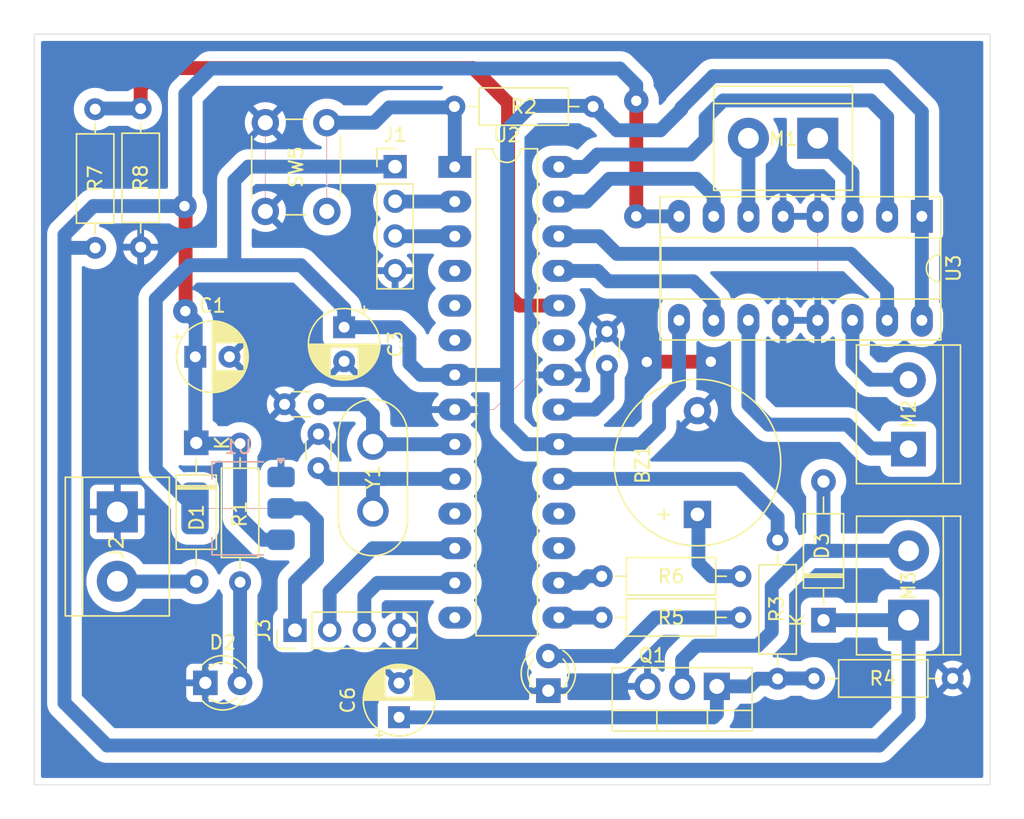
<source format=kicad_pcb>
(kicad_pcb (version 20240108) (generator "pcbnew") (generator_version "8.0")
  (layers (0 "F.Cu" signal) (31 "B.Cu" signal) (34 "B.Paste" user) (35 "F.Paste" user) (36 "B.SilkS" user "B.Silkscreen") (37 "F.SilkS" user "F.Silkscreen") (38 "B.Mask" user) (39 "F.Mask" user) (44 "Edge.Cuts" user))
  (net 0 "")
  (net 1 "Net-(BZ1-+)")
  (net 2 "GND")
  (net 3 "+7.4V")
  (net 4 "Net-(U2-AREF)")
  (net 5 "+5V")
  (net 6 "Net-(U2-XTAL1{slash}PB6)")
  (net 7 "Net-(U2-XTAL2{slash}PB7)")
  (net 8 "Net-(Q1-G)")
  (net 9 "Net-(D1-A)")
  (net 10 "Net-(D2-A)")
  (net 11 "Net-(D3-A)")
  (net 12 "Net-(D4-A)")
  (net 13 "/Rx")
  (net 14 "/Tx")
  (net 15 "/B_Tx")
  (net 16 "/B_Rx")
  (net 17 "Net-(M1--)")
  (net 18 "Net-(M1-+)")
  (net 19 "Net-(M2-+)")
  (net 20 "Net-(M2--)")
  (net 21 "Net-(SW5A-C)")
  (net 22 "/conv_motor")
  (net 23 "/led_pin")
  (net 24 "/buzzer")
  (net 26 "/lw_pin2")
  (net 27 "/rw_pin1")
  (net 31 "/lw_pin1")
  (net 33 "/rw_pin2")
  (net 37 "/bat_lev")
  (footprint "Button_Switch_THT:SW_PUSH_6mm" (layer "F.Cu") (at 186.43 71.49 -90)
    (property "Reference" "SW5" (at 3.25 2.25 90) (layer "F.SilkS"))
    (property "Value" "Reset")
    (pad "1" thru_hole circle (at 0 0) (size 2 2) (drill 1.1) (layers "*.Cu" "*.Mask") (net 21 "Net-(SW5A-C)"))
    (pad "1" thru_hole circle (at 6.5 0) (size 2 2) (drill 1.1) (layers "*.Cu" "*.Mask") (net 21 "Net-(SW5A-C)"))
    (pad "2" thru_hole circle (at 0 4.5) (size 2 2) (drill 1.1) (layers "*.Cu" "*.Mask") (net 2 "GND"))
    (pad "2" thru_hole circle (at 6.5 4.5) (size 2 2) (drill 1.1) (layers "*.Cu" "*.Mask") (net 2 "GND"))
  )
  (footprint "Resistor_THT:R_Axial_DIN0207_L6.3mm_D2.5mm_P10.16mm_Horizontal" (layer "F.Cu") (at 180.08 94.9975 -90)
    (property "Reference" "R1" (at 5.16 0.03 90) (layer "F.SilkS"))
    (property "Value" "1k")
    (pad "1" thru_hole circle (at 0 0 270) (size 1.6 1.6) (drill 0.8) (layers "*.Cu" "*.Mask") (net 3 "+7.4V"))
    (pad "2" thru_hole oval (at 10.16 0 270) (size 1.6 1.6) (drill 0.8) (layers "*.Cu" "*.Mask") (net 10 "Net-(D2-A)"))
  )
  (footprint "Package_DIP:DIP-28_W7.62mm_LongPads" (layer "F.Cu") (at 195.8 74.73)
    (property "Reference" "U2" (at 3.81 -2.33 0) (layer "F.SilkS"))
    (property "Value" "ATmega328P-P")
    (pad "1" thru_hole rect (at 0 0) (size 2.4 1.6) (drill 0.8) (layers "*.Cu" "*.Mask") (net 21 "Net-(SW5A-C)"))
    (pad "2" thru_hole oval (at 0 2.54) (size 2.4 1.6) (drill 0.8) (layers "*.Cu" "*.Mask") (net 13 "/Rx"))
    (pad "3" thru_hole oval (at 0 5.08) (size 2.4 1.6) (drill 0.8) (layers "*.Cu" "*.Mask") (net 14 "/Tx"))
    (pad "4" thru_hole oval (at 0 7.62) (size 2.4 1.6) (drill 0.8) (layers "*.Cu" "*.Mask"))
    (pad "5" thru_hole oval (at 0 10.16) (size 2.4 1.6) (drill 0.8) (layers "*.Cu" "*.Mask"))
    (pad "6" thru_hole oval (at 0 12.7) (size 2.4 1.6) (drill 0.8) (layers "*.Cu" "*.Mask"))
    (pad "7" thru_hole oval (at 0 15.24) (size 2.4 1.6) (drill 0.8) (layers "*.Cu" "*.Mask") (net 5 "+5V"))
    (pad "8" thru_hole oval (at 0 17.78) (size 2.4 1.6) (drill 0.8) (layers "*.Cu" "*.Mask") (net 2 "GND"))
    (pad "9" thru_hole oval (at 0 20.32) (size 2.4 1.6) (drill 0.8) (layers "*.Cu" "*.Mask") (net 6 "Net-(U2-XTAL1{slash}PB6)"))
    (pad "10" thru_hole oval (at 0 22.86) (size 2.4 1.6) (drill 0.8) (layers "*.Cu" "*.Mask") (net 7 "Net-(U2-XTAL2{slash}PB7)"))
    (pad "11" thru_hole oval (at 0 25.4) (size 2.4 1.6) (drill 0.8) (layers "*.Cu" "*.Mask"))
    (pad "12" thru_hole oval (at 0 27.94) (size 2.4 1.6) (drill 0.8) (layers "*.Cu" "*.Mask") (net 16 "/B_Rx"))
    (pad "13" thru_hole oval (at 0 30.48) (size 2.4 1.6) (drill 0.8) (layers "*.Cu" "*.Mask") (net 15 "/B_Tx"))
    (pad "14" thru_hole oval (at 0 33.02) (size 2.4 1.6) (drill 0.8) (layers "*.Cu" "*.Mask"))
    (pad "15" thru_hole oval (at 7.62 33.02) (size 2.4 1.6) (drill 0.8) (layers "*.Cu" "*.Mask") (net 23 "/led_pin"))
    (pad "16" thru_hole oval (at 7.62 30.48) (size 2.4 1.6) (drill 0.8) (layers "*.Cu" "*.Mask") (net 24 "/buzzer"))
    (pad "17" thru_hole oval (at 7.62 27.94) (size 2.4 1.6) (drill 0.8) (layers "*.Cu" "*.Mask"))
    (pad "18" thru_hole oval (at 7.62 25.4) (size 2.4 1.6) (drill 0.8) (layers "*.Cu" "*.Mask"))
    (pad "19" thru_hole oval (at 7.62 22.86) (size 2.4 1.6) (drill 0.8) (layers "*.Cu" "*.Mask") (net 22 "/conv_motor"))
    (pad "20" thru_hole oval (at 7.62 20.32) (size 2.4 1.6) (drill 0.8) (layers "*.Cu" "*.Mask") (net 5 "+5V"))
    (pad "21" thru_hole oval (at 7.62 17.78) (size 2.4 1.6) (drill 0.8) (layers "*.Cu" "*.Mask") (net 4 "Net-(U2-AREF)"))
    (pad "22" thru_hole oval (at 7.62 15.24) (size 2.4 1.6) (drill 0.8) (layers "*.Cu" "*.Mask") (net 2 "GND"))
    (pad "23" thru_hole oval (at 7.62 12.7) (size 2.4 1.6) (drill 0.8) (layers "*.Cu" "*.Mask"))
    (pad "24" thru_hole oval (at 7.62 10.16) (size 2.4 1.6) (drill 0.8) (layers "*.Cu" "*.Mask") (net 37 "/bat_lev"))
    (pad "25" thru_hole oval (at 7.62 7.62) (size 2.4 1.6) (drill 0.8) (layers "*.Cu" "*.Mask") (net 27 "/rw_pin1"))
    (pad "26" thru_hole oval (at 7.62 5.08) (size 2.4 1.6) (drill 0.8) (layers "*.Cu" "*.Mask") (net 33 "/rw_pin2"))
    (pad "27" thru_hole oval (at 7.62 2.54) (size 2.4 1.6) (drill 0.8) (layers "*.Cu" "*.Mask") (net 26 "/lw_pin2"))
    (pad "28" thru_hole oval (at 7.62 0) (size 2.4 1.6) (drill 0.8) (layers "*.Cu" "*.Mask") (net 31 "/lw_pin1"))
  )
  (footprint "Capacitor_THT:C_Disc_D3.0mm_W1.6mm_P2.50mm" (layer "F.Cu") (at 185.82 94.3 -90)
    (property "Reference" "C5" (hide yes))
    (property "Value" "22pF")
    (pad "1" thru_hole circle (at 0 0 270) (size 1.6 1.6) (drill 0.8) (layers "*.Cu" "*.Mask") (net 2 "GND"))
    (pad "2" thru_hole circle (at 2.5 0 270) (size 1.6 1.6) (drill 0.8) (layers "*.Cu" "*.Mask") (net 7 "Net-(U2-XTAL2{slash}PB7)"))
  )
  (footprint "Diode_THT:D_A-405_P10.16mm_Horizontal" (layer "F.Cu") (at 222.8 107.94 90)
    (property "Reference" "D3" (at 5.45 -0.12 -90) (layer "F.SilkS"))
    (property "Value" "1N4007")
    (fp_text user "K" (at 0 -1.9 -90) (layer "F.SilkS"))
    (pad "1" thru_hole rect (at 0 0 90) (size 1.8 1.8) (drill 0.9) (layers "*.Cu" "*.Mask") (net 3 "+7.4V"))
    (pad "2" thru_hole oval (at 10.16 0 90) (size 1.8 1.8) (drill 0.9) (layers "*.Cu" "*.Mask") (net 11 "Net-(D3-A)"))
  )
  (footprint "Connector_PinHeader_2.54mm:PinHeader_1x04_P2.54mm_Vertical" (layer "F.Cu") (at 184.1 108.68 90)
    (property "Reference" "J3" (at 0 -2.33 -90) (layer "F.SilkS"))
    (property "Value" "Bluetooth")
    (pad "1" thru_hole rect (at 0 0 90) (size 1.7 1.7) (drill 1) (layers "*.Cu" "*.Mask") (net 5 "+5V"))
    (pad "2" thru_hole oval (at 0 2.54 90) (size 1.7 1.7) (drill 1) (layers "*.Cu" "*.Mask") (net 16 "/B_Rx"))
    (pad "3" thru_hole oval (at 0 5.08 90) (size 1.7 1.7) (drill 1) (layers "*.Cu" "*.Mask") (net 15 "/B_Tx"))
    (pad "4" thru_hole oval (at 0 7.62 90) (size 1.7 1.7) (drill 1) (layers "*.Cu" "*.Mask") (net 2 "GND"))
  )
  (footprint "Package_DIP:DIP-16_W7.62mm_Socket_LongPads" (layer "F.Cu") (at 230 78.35 -90)
    (property "Reference" "U3" (at 3.81 -2.33 90) (layer "F.SilkS"))
    (property "Value" "L293D")
    (pad "1" thru_hole rect (at 0 0 270) (size 2.4 1.6) (drill 0.8) (layers "*.Cu" "*.Mask") (net 5 "+5V"))
    (pad "2" thru_hole oval (at 0 2.54 270) (size 2.4 1.6) (drill 0.8) (layers "*.Cu" "*.Mask") (net 31 "/lw_pin1"))
    (pad "3" thru_hole oval (at 0 5.08 270) (size 2.4 1.6) (drill 0.8) (layers "*.Cu" "*.Mask") (net 18 "Net-(M1-+)"))
    (pad "4" thru_hole oval (at 0 7.62 270) (size 2.4 1.6) (drill 0.8) (layers "*.Cu" "*.Mask") (net 2 "GND"))
    (pad "5" thru_hole oval (at 0 10.16 270) (size 2.4 1.6) (drill 0.8) (layers "*.Cu" "*.Mask") (net 2 "GND"))
    (pad "6" thru_hole oval (at 0 12.7 270) (size 2.4 1.6) (drill 0.8) (layers "*.Cu" "*.Mask") (net 17 "Net-(M1--)"))
    (pad "7" thru_hole oval (at 0 15.24 270) (size 2.4 1.6) (drill 0.8) (layers "*.Cu" "*.Mask") (net 26 "/lw_pin2"))
    (pad "8" thru_hole oval (at 0 17.78 270) (size 2.4 1.6) (drill 0.8) (layers "*.Cu" "*.Mask") (net 3 "+7.4V"))
    (pad "9" thru_hole oval (at 7.62 17.78 270) (size 2.4 1.6) (drill 0.8) (layers "*.Cu" "*.Mask") (net 5 "+5V"))
    (pad "10" thru_hole oval (at 7.62 15.24 270) (size 2.4 1.6) (drill 0.8) (layers "*.Cu" "*.Mask") (net 27 "/rw_pin1"))
    (pad "11" thru_hole oval (at 7.62 12.7 270) (size 2.4 1.6) (drill 0.8) (layers "*.Cu" "*.Mask") (net 19 "Net-(M2-+)"))
    (pad "12" thru_hole oval (at 7.62 10.16 270) (size 2.4 1.6) (drill 0.8) (layers "*.Cu" "*.Mask") (net 2 "GND"))
    (pad "13" thru_hole oval (at 7.62 7.62 270) (size 2.4 1.6) (drill 0.8) (layers "*.Cu" "*.Mask") (net 2 "GND"))
    (pad "14" thru_hole oval (at 7.62 5.08 270) (size 2.4 1.6) (drill 0.8) (layers "*.Cu" "*.Mask") (net 20 "Net-(M2--)"))
    (pad "15" thru_hole oval (at 7.62 2.54 270) (size 2.4 1.6) (drill 0.8) (layers "*.Cu" "*.Mask") (net 33 "/rw_pin2"))
    (pad "16" thru_hole oval (at 7.62 0 270) (size 2.4 1.6) (drill 0.8) (layers "*.Cu" "*.Mask") (net 5 "+5V"))
  )
  (footprint "Resistor_THT:R_Axial_DIN0207_L6.3mm_D2.5mm_P10.16mm_Horizontal" (layer "F.Cu") (at 232.26 112.21 180)
    (property "Reference" "R4" (at 5.12 0 180) (layer "F.SilkS"))
    (property "Value" "100k")
    (pad "1" thru_hole circle (at 0 0 180) (size 1.6 1.6) (drill 0.8) (layers "*.Cu" "*.Mask") (net 2 "GND"))
    (pad "2" thru_hole oval (at 10.16 0 180) (size 1.6 1.6) (drill 0.8) (layers "*.Cu" "*.Mask") (net 8 "Net-(Q1-G)"))
  )
  (footprint "Resistor_THT:R_Axial_DIN0207_L6.3mm_D2.5mm_P10.16mm_Horizontal" (layer "F.Cu") (at 169.47 80.66 90)
    (property "Reference" "R7" (at 5.08 0 270) (layer "F.SilkS"))
    (property "Value" "10k")
    (pad "1" thru_hole circle (at 0 0 90) (size 1.6 1.6) (drill 0.8) (layers "*.Cu" "*.Mask") (net 3 "+7.4V"))
    (pad "2" thru_hole oval (at 10.16 0 90) (size 1.6 1.6) (drill 0.8) (layers "*.Cu" "*.Mask") (net 37 "/bat_lev"))
  )
  (footprint "TerminalBlock:TerminalBlock_bornier-2_P5.08mm" (layer "F.Cu") (at 222.38 72.63 180)
    (property "Reference" "M1" (at 2.51 -0.04 180) (layer "F.SilkS"))
    (property "Value" "Left wheel")
    (pad "1" thru_hole rect (at 0 0 180) (size 3 3) (drill 1.52) (layers "*.Cu" "*.Mask") (net 18 "Net-(M1-+)"))
    (pad "2" thru_hole circle (at 5.08 0 180) (size 3 3) (drill 1.52) (layers "*.Cu" "*.Mask") (net 17 "Net-(M1--)"))
  )
  (footprint "Resistor_THT:R_Axial_DIN0207_L6.3mm_D2.5mm_P10.16mm_Horizontal" (layer "F.Cu") (at 206.56 107.74)
    (property "Reference" "R5" (at 5.08 0 0) (layer "F.SilkS"))
    (property "Value" "10k")
    (pad "1" thru_hole circle (at 0 0) (size 1.6 1.6) (drill 0.8) (layers "*.Cu" "*.Mask") (net 23 "/led_pin"))
    (pad "2" thru_hole oval (at 10.16 0) (size 1.6 1.6) (drill 0.8) (layers "*.Cu" "*.Mask") (net 12 "Net-(D4-A)"))
  )
  (footprint "Capacitor_THT:CP_Radial_D5.0mm_P2.50mm" (layer "F.Cu") (at 187.7 86.474888 -90)
    (property "Reference" "C3" (at 1.25 -3.75 90) (layer "F.SilkS"))
    (property "Value" "100uF")
    (pad "1" thru_hole rect (at 0 0 270) (size 1.6 1.6) (drill 0.8) (layers "*.Cu" "*.Mask") (net 5 "+5V"))
    (pad "2" thru_hole circle (at 2.5 0 270) (size 1.6 1.6) (drill 0.8) (layers "*.Cu" "*.Mask") (net 2 "GND"))
  )
  (footprint "TerminalBlock:TerminalBlock_bornier-2_P5.08mm" (layer "F.Cu") (at 171.09 100.0075 -90)
    (property "Reference" "J2" (at 2.63 0.06 90) (layer "F.SilkS"))
    (property "Value" "Power")
    (pad "1" thru_hole rect (at 0 0 270) (size 3 3) (drill 1.52) (layers "*.Cu" "*.Mask") (net 2 "GND"))
    (pad "2" thru_hole circle (at 5.08 0 270) (size 3 3) (drill 1.52) (layers "*.Cu" "*.Mask") (net 9 "Net-(D1-A)"))
  )
  (footprint "Buzzer_Beeper:Buzzer_12x9.5RM7.6" (layer "F.Cu") (at 213.57 100.19 90)
    (property "Reference" "BZ1" (at 3.69 -4.01 -90) (layer "F.SilkS"))
    (property "Value" "Buzzer")
    (fp_text user "+" (at -0.01 -2.54 -90) (layer "F.SilkS"))
    (pad "1" thru_hole rect (at 0 0 90) (size 2 2) (drill 1) (layers "*.Cu" "*.Mask") (net 1 "Net-(BZ1-+)"))
    (pad "2" thru_hole circle (at 7.6 0 90) (size 2 2) (drill 1) (layers "*.Cu" "*.Mask") (net 2 "GND"))
  )
  (footprint "Connector_PinHeader_2.54mm:PinHeader_1x04_P2.54mm_Vertical" (layer "F.Cu") (at 191.43 74.71)
    (property "Reference" "J1" (at 0 -2.33 0) (layer "F.SilkS"))
    (property "Value" "Program")
    (pad "1" thru_hole rect (at 0 0) (size 1.7 1.7) (drill 1) (layers "*.Cu" "*.Mask") (net 5 "+5V"))
    (pad "2" thru_hole oval (at 0 2.54) (size 1.7 1.7) (drill 1) (layers "*.Cu" "*.Mask") (net 13 "/Rx"))
    (pad "3" thru_hole oval (at 0 5.08) (size 1.7 1.7) (drill 1) (layers "*.Cu" "*.Mask") (net 14 "/Tx"))
    (pad "4" thru_hole oval (at 0 7.62) (size 1.7 1.7) (drill 1) (layers "*.Cu" "*.Mask") (net 2 "GND"))
  )
  (footprint "LED_THT:LED_D3.0mm" (layer "F.Cu") (at 202.65 113.105 90)
    (property "Reference" "D4" (hide yes))
    (property "Value" "LED")
    (pad "1" thru_hole rect (at 0 0 90) (size 1.8 1.8) (drill 0.9) (layers "*.Cu" "*.Mask") (net 2 "GND"))
    (pad "2" thru_hole circle (at 2.54 0 90) (size 1.8 1.8) (drill 0.9) (layers "*.Cu" "*.Mask") (net 12 "Net-(D4-A)"))
  )
  (footprint "Capacitor_THT:C_Disc_D3.0mm_W1.6mm_P2.50mm" (layer "F.Cu") (at 206.94 89.29 90)
    (property "Reference" "C2" (hide yes))
    (property "Value" "100nF")
    (pad "1" thru_hole circle (at 0 0 90) (size 1.6 1.6) (drill 0.8) (layers "*.Cu" "*.Mask") (net 4 "Net-(U2-AREF)"))
    (pad "2" thru_hole circle (at 2.5 0 90) (size 1.6 1.6) (drill 0.8) (layers "*.Cu" "*.Mask") (net 2 "GND"))
  )
  (footprint "TerminalBlock:TerminalBlock_bornier-2_P5.08mm" (layer "F.Cu") (at 229.03 107.94 90)
    (property "Reference" "M3" (at 2.53 -0.01 -90) (layer "F.SilkS"))
    (property "Value" "Converyer motor")
    (pad "1" thru_hole rect (at 0 0 90) (size 3 3) (drill 1.52) (layers "*.Cu" "*.Mask") (net 3 "+7.4V"))
    (pad "2" thru_hole circle (at 5.08 0 90) (size 3 3) (drill 1.52) (layers "*.Cu" "*.Mask") (net 11 "Net-(D3-A)"))
  )
  (footprint "Resistor_THT:R_Axial_DIN0207_L6.3mm_D2.5mm_P10.16mm_Horizontal" (layer "F.Cu") (at 172.8 70.45 -90)
    (property "Reference" "R8" (at 5.08 0 90) (layer "F.SilkS"))
    (property "Value" "12k")
    (pad "1" thru_hole circle (at 0 0 270) (size 1.6 1.6) (drill 0.8) (layers "*.Cu" "*.Mask") (net 37 "/bat_lev"))
    (pad "2" thru_hole oval (at 10.16 0 270) (size 1.6 1.6) (drill 0.8) (layers "*.Cu" "*.Mask") (net 2 "GND"))
  )
  (footprint "Resistor_THT:R_Axial_DIN0207_L6.3mm_D2.5mm_P10.16mm_Horizontal" (layer "F.Cu") (at 206.56 104.72)
    (property "Reference" "R6" (at 5.08 0 0) (layer "F.SilkS"))
    (property "Value" "10k")
    (pad "1" thru_hole circle (at 0 0) (size 1.6 1.6) (drill 0.8) (layers "*.Cu" "*.Mask") (net 24 "/buzzer"))
    (pad "2" thru_hole oval (at 10.16 0) (size 1.6 1.6) (drill 0.8) (layers "*.Cu" "*.Mask") (net 1 "Net-(BZ1-+)"))
  )
  (footprint "Resistor_THT:R_Axial_DIN0207_L6.3mm_D2.5mm_P10.16mm_Horizontal" (layer "F.Cu") (at 219.44 102.07 -90)
    (property "Reference" "R3" (at 5.05 0.08 90) (layer "F.SilkS"))
    (property "Value" "10k")
    (pad "1" thru_hole circle (at 0 0 270) (size 1.6 1.6) (drill 0.8) (layers "*.Cu" "*.Mask") (net 22 "/conv_motor"))
    (pad "2" thru_hole oval (at 10.16 0 270) (size 1.6 1.6) (drill 0.8) (layers "*.Cu" "*.Mask") (net 8 "Net-(Q1-G)"))
  )
  (footprint "Capacitor_THT:C_Disc_D3.0mm_W1.6mm_P2.50mm" (layer "F.Cu") (at 185.84 92.12 180)
    (property "Reference" "C4" (hide yes))
    (property "Value" "22pF")
    (pad "1" thru_hole circle (at 0 0 180) (size 1.6 1.6) (drill 0.8) (layers "*.Cu" "*.Mask") (net 6 "Net-(U2-XTAL1{slash}PB6)"))
    (pad "2" thru_hole circle (at 2.5 0 180) (size 1.6 1.6) (drill 0.8) (layers "*.Cu" "*.Mask") (net 2 "GND"))
  )
  (footprint "Diode_THT:D_A-405_P10.16mm_Horizontal" (layer "F.Cu") (at 176.87 94.9475 -90)
    (property "Reference" "D1" (at 5.47 -0.03 90) (layer "F.SilkS"))
    (property "Value" "1N4001")
    (fp_text user "K" (at 0 -1.9 90) (layer "F.SilkS"))
    (pad "1" thru_hole rect (at 0 0 270) (size 1.8 1.8) (drill 0.9) (layers "*.Cu" "*.Mask") (net 3 "+7.4V"))
    (pad "2" thru_hole oval (at 10.16 0 270) (size 1.8 1.8) (drill 0.9) (layers "*.Cu" "*.Mask") (net 9 "Net-(D1-A)"))
  )
  (footprint "LED_THT:LED_D3.0mm" (layer "F.Cu") (at 177.535 112.53)
    (property "Reference" "D2" (at 1.27 -2.96 0) (layer "F.SilkS"))
    (property "Value" "LED")
    (pad "1" thru_hole rect (at 0 0) (size 1.8 1.8) (drill 0.9) (layers "*.Cu" "*.Mask") (net 2 "GND"))
    (pad "2" thru_hole circle (at 2.54 0) (size 1.8 1.8) (drill 0.9) (layers "*.Cu" "*.Mask") (net 10 "Net-(D2-A)"))
  )
  (footprint "Capacitor_THT:CP_Radial_D5.0mm_P2.50mm" (layer "F.Cu") (at 191.72 115.05 90)
    (property "Reference" "C6" (at 1.25 -3.75 -90) (layer "F.SilkS"))
    (property "Value" "100uF")
    (pad "1" thru_hole rect (at 0 0 90) (size 1.6 1.6) (drill 0.8) (layers "*.Cu" "*.Mask") (net 8 "Net-(Q1-G)"))
    (pad "2" thru_hole circle (at 2.5 0 90) (size 1.6 1.6) (drill 0.8) (layers "*.Cu" "*.Mask") (net 2 "GND"))
  )
  (footprint "Resistor_THT:R_Axial_DIN0207_L6.3mm_D2.5mm_P10.16mm_Horizontal" (layer "F.Cu") (at 195.77 70.31)
    (property "Reference" "R2" (at 5.08 0 0) (layer "F.SilkS"))
    (property "Value" "10k")
    (pad "1" thru_hole circle (at 0 0) (size 1.6 1.6) (drill 0.8) (layers "*.Cu" "*.Mask") (net 21 "Net-(SW5A-C)"))
    (pad "2" thru_hole oval (at 10.16 0) (size 1.6 1.6) (drill 0.8) (layers "*.Cu" "*.Mask") (net 5 "+5V"))
  )
  (footprint "TerminalBlock:TerminalBlock_bornier-2_P5.08mm" (layer "F.Cu") (at 229.02 95.4 90)
    (property "Reference" "M2" (at 2.56 0.02 -90) (layer "F.SilkS"))
    (property "Value" "Right wheel")
    (pad "1" thru_hole rect (at 0 0 90) (size 2.54 2.54) (drill 1.27) (layers "*.Cu" "*.Mask") (net 19 "Net-(M2-+)"))
    (pad "2" thru_hole circle (at 5.08 0 90) (size 2.54 2.54) (drill 1.27) (layers "*.Cu" "*.Mask") (net 20 "Net-(M2--)"))
  )
  (footprint "Crystal:Crystal_HC50_Vertical" (layer "F.Cu") (at 189.81 99.94 90)
    (property "Reference" "Y1" (at 2.45 0 -90) (layer "F.SilkS"))
    (property "Value" "16MHz")
    (pad "1" thru_hole circle (at 0 0 90) (size 2.3 2.3) (drill 1.5) (layers "*.Cu" "*.Mask") (net 7 "Net-(U2-XTAL2{slash}PB7)"))
    (pad "2" thru_hole circle (at 4.9 0 90) (size 2.3 2.3) (drill 1.5) (layers "*.Cu" "*.Mask") (net 6 "Net-(U2-XTAL1{slash}PB6)"))
  )
  (footprint "Package_TO_SOT_THT:TO-220-3_Vertical" (layer "F.Cu") (at 214.99 112.79 180)
    (property "Reference" "Q1" (at 4.73 2.28 180) (layer "F.SilkS"))
    (property "Value" "IRF540N")
    (pad "1" thru_hole rect (at 0 0 180) (size 1.905 2) (drill 1.1) (layers "*.Cu" "*.Mask") (net 8 "Net-(Q1-G)"))
    (pad "2" thru_hole oval (at 2.54 0 180) (size 1.905 2) (drill 1.1) (layers "*.Cu" "*.Mask") (net 11 "Net-(D3-A)"))
    (pad "3" thru_hole oval (at 5.08 0 180) (size 1.905 2) (drill 1.1) (layers "*.Cu" "*.Mask") (net 2 "GND"))
  )
  (footprint "Capacitor_THT:CP_Radial_D5.0mm_P2.50mm" (layer "F.Cu") (at 176.8 88.64)
    (property "Reference" "C1" (at 1.25 -3.75 0) (layer "F.SilkS"))
    (property "Value" "100uF")
    (pad "1" thru_hole rect (at 0 0) (size 1.6 1.6) (drill 0.8) (layers "*.Cu" "*.Mask") (net 3 "+7.4V"))
    (pad "2" thru_hole circle (at 2.5 0) (size 1.6 1.6) (drill 0.8) (layers "*.Cu" "*.Mask") (net 2 "GND"))
  )
  (footprint "Package_TO_SOT_SMD:SOT-223-3_TabPin2" (layer "B.Cu") (at 179.93 99.7475 180)
    (property "Reference" "U1" (at 0 4.5 180) (layer "B.SilkS") (effects (justify mirror)))
    (property "Value" "AMS1117-5.0")
    (pad "1" smd roundrect (at -3.15 2.3 180) (size 2 1.5) (layers "B.Cu" "B.Paste" "B.Mask") (net 2 "GND"))
    (pad "2" smd roundrect (at -3.15 0 180) (size 2 1.5) (layers "B.Cu" "B.Paste" "B.Mask") (net 5 "+5V"))
    (pad "2" smd roundrect (at 3.15 0 180) (size 2 3.8) (layers "B.Cu" "B.Paste" "B.Mask") (net 5 "+5V"))
    (pad "3" smd roundrect (at -3.15 -2.3 180) (size 2 1.5) (layers "B.Cu" "B.Paste" "B.Mask") (net 3 "+7.4V"))
  )
  (gr_line (start 165 120) (end 165 65) (stroke (width 0.05)) (layer "Edge.Cuts"))
  (gr_line (start 235 65) (end 235 120) (stroke (width 0.05)) (layer "Edge.Cuts"))
  (gr_line (start 165 65) (end 235 65) (stroke (width 0.05)) (layer "Edge.Cuts"))
  (gr_line (start 235 120) (end 165 120) (stroke (width 0.05)) (layer "Edge.Cuts"))
  (segment (start 213.64 103.77) (end 213.64 100) (width 1.016) (layer "B.Cu") (net 1))
  (segment (start 216.72 104.72) (end 214.59 104.72) (width 1.016) (layer "B.Cu") (net 1))
  (segment (start 214.59 104.72) (end 213.64 103.77) (width 1.016) (layer "B.Cu") (net 1))
  (segment (start 222.38 78.35) (end 222.38 85.97) (width 0.0254) (layer "F.Cu") (net 2))
  (segment (start 209.88 89) (end 209.86 89.02) (width 1.016) (layer "F.Cu") (net 2))
  (segment (start 201.2 89.97) (end 198.66 92.51) (width 0.0254) (layer "F.Cu") (net 2))
  (segment (start 198.66 92.51) (end 195.8 92.51) (width 0.0254) (layer "F.Cu") (net 2))
  (segment (start 203.42 89.97) (end 201.2 89.97) (width 0.0254) (layer "F.Cu") (net 2))
  (segment (start 181.93 71.49) (end 181.93 77.99) (width 0.0254) (layer "F.Cu") (net 2))
  (segment (start 214.55 89) (end 209.88 89) (width 1.016) (layer "F.Cu") (net 2))
  (via (at 209.86 89.02) (size 1.778) (drill 0.762) (layers "F.Cu" "B.Cu") (net 2))
  (via (at 214.55 89) (size 1.778) (drill 0.762) (layers "F.Cu" "B.Cu") (net 2))
  (segment (start 209.09 78.35) (end 209.09 69.885) (width 1.016) (layer "F.Cu") (net 3))
  (segment (start 176.09 85.277118) (end 176.069 85.298118) (width 1.016) (layer "F.Cu") (net 3))
  (segment (start 176.01 77.6) (end 176.09 77.68) (width 1.016) (layer "F.Cu") (net 3))
  (segment (start 176.09 77.68) (end 176.09 85.277118) (width 1.016) (layer "F.Cu") (net 3))
  (via (at 176.069 85.298118) (size 1.778) (drill 0.762) (layers "F.Cu" "B.Cu") (net 3))
  (via (at 209.09 69.885) (size 1.778) (drill 0.762) (layers "F.Cu" "B.Cu") (net 3))
  (via (at 209.09 78.35) (size 1.778) (drill 0.762) (layers "F.Cu" "B.Cu") (net 3))
  (via (at 176.01 77.6) (size 1.778) (drill 0.762) (layers "F.Cu" "B.Cu") (net 3))
  (segment (start 207.88 67.52) (end 209.09 68.73) (width 1.016) (layer "B.Cu") (net 3))
  (segment (start 180.08 94.9975) (end 176.92 94.9975) (width 1.016) (layer "B.Cu") (net 3))
  (segment (start 180.07 100.38) (end 180.08 100.37) (width 1.016) (layer "B.Cu") (net 3))
  (segment (start 176.01 77.6) (end 176.07 77.54) (width 1.016) (layer "B.Cu") (net 3))
  (segment (start 209.09 68.73) (end 209.09 69.885) (width 1.016) (layer "B.Cu") (net 3))
  (segment (start 212.22 78.35) (end 209.09 78.35) (width 1.016) (layer "B.Cu") (net 3))
  (segment (start 167.22 114) (end 170.34 117.12) (width 1.016) (layer "B.Cu") (net 3))
  (segment (start 176.07 77.54) (end 176.07 69.39) (width 1.016) (layer "B.Cu") (net 3))
  (segment (start 183.08 102.0475) (end 181.7375 102.0475) (width 1.016) (layer "B.Cu") (net 3))
  (segment (start 181.7375 102.0475) (end 180.07 100.38) (width 1.016) (layer "B.Cu") (net 3))
  (segment (start 176.07 69.39) (end 177.94 67.52) (width 1.016) (layer "B.Cu") (net 3))
  (segment (start 176.01 77.6) (end 169.33 77.6) (width 1.016) (layer "B.Cu") (net 3))
  (segment (start 167.22 80.68) (end 167.22 114) (width 1.016) (layer "B.Cu") (net 3))
  (segment (start 169.47 80.66) (end 167.24 80.66) (width 1.016) (layer "B.Cu") (net 3))
  (segment (start 167.22 79.71) (end 167.22 80.68) (width 1.016) (layer "B.Cu") (net 3))
  (segment (start 167.24 80.66) (end 167.22 80.68) (width 1.016) (layer "B.Cu") (net 3))
  (segment (start 169.33 77.6) (end 167.22 79.71) (width 1.016) (layer "B.Cu") (net 3))
  (segment (start 176.92 94.9975) (end 176.87 94.9475) (width 1.016) (layer "B.Cu") (net 3))
  (segment (start 176.83 88.61) (end 176.8 88.64) (width 1.016) (layer "B.Cu") (net 3))
  (segment (start 177.94 67.52) (end 207.88 67.52) (width 1.016) (layer "B.Cu") (net 3))
  (segment (start 226.88 117.12) (end 229.03 114.97) (width 1.016) (layer "B.Cu") (net 3))
  (segment (start 229.03 114.97) (end 229.03 107.94) (width 1.016) (layer "B.Cu") (net 3))
  (segment (start 180.08 100.37) (end 180.08 94.9975) (width 1.016) (layer "B.Cu") (net 3))
  (segment (start 170.34 117.12) (end 226.88 117.12) (width 1.016) (layer "B.Cu") (net 3))
  (segment (start 176.8 88.64) (end 176.8 94.8775) (width 1.016) (layer "B.Cu") (net 3))
  (segment (start 176.83 86.059118) (end 176.83 88.61) (width 1.016) (layer "B.Cu") (net 3))
  (segment (start 176.8 94.8775) (end 176.87 94.9475) (width 1.016) (layer "B.Cu") (net 3))
  (segment (start 222.8 107.94) (end 229.03 107.94) (width 1.016) (layer "B.Cu") (net 3))
  (segment (start 176.069 85.298118) (end 176.83 86.059118) (width 1.016) (layer "B.Cu") (net 3))
  (segment (start 206.97 89.32) (end 206.97 91.58) (width 1.016) (layer "B.Cu") (net 4))
  (segment (start 206.04 92.51) (end 203.42 92.51) (width 1.016) (layer "B.Cu") (net 4))
  (segment (start 206.94 89.29) (end 206.97 89.32) (width 1.016) (layer "B.Cu") (net 4))
  (segment (start 203.45 92.48) (end 203.42 92.51) (width 1.016) (layer "B.Cu") (net 4))
  (segment (start 206.97 91.58) (end 206.04 92.51) (width 1.016) (layer "B.Cu") (net 4))
  (segment (start 183.08 99.7475) (end 176.78 99.7475) (width 0.0254) (layer "F.Cu") (net 5))
  (via (at 176.78 99.7475) (size 0.0508) (drill 0.0254) (layers "F.Cu" "B.Cu") (net 5))
  (via (at 183.08 99.7475) (size 0.0508) (drill 0.0254) (layers "F.Cu" "B.Cu") (net 5))
  (segment (start 184.8175 99.7475) (end 185.71 100.64) (width 1.016) (layer "B.Cu") (net 5))
  (segment (start 230 78.35) (end 230 70.69) (width 1.016) (layer "B.Cu") (net 5))
  (segment (start 206.12 70.4) (end 205.98 70.26) (width 1.016) (layer "B.Cu") (net 5))
  (segment (start 214.713528 68.082) (end 212.392 70.403528) (width 1.016) (layer "B.Cu") (net 5))
  (segment (start 187.7 85.1) (end 187.7 86.474888) (width 1.016) (layer "B.Cu") (net 5))
  (segment (start 230 85.97) (end 230 78.35) (width 1.016) (layer "B.Cu") (net 5))
  (segment (start 227.392 68.082) (end 214.713528 68.082) (width 1.016) (layer "B.Cu") (net 5))
  (segment (start 212.392 70.403528) (end 212.392 70.508) (width 1.016) (layer "B.Cu") (net 5))
  (segment (start 191.084888 86.474888) (end 187.7 86.474888) (width 1.016) (layer "B.Cu") (net 5))
  (segment (start 230 70.69) (end 227.392 68.082) (width 1.016) (layer "B.Cu") (net 5))
  (segment (start 207.664 72.044) (end 205.93 70.31) (width 1.016) (layer "B.Cu") (net 5))
  (segment (start 212.22 90.729735) (end 212.22 85.97) (width 1.016) (layer "B.Cu") (net 5))
  (segment (start 191.65 86.48) (end 191.09 86.48) (width 1.016) (layer "B.Cu") (net 5))
  (segment (start 179.66 81.73) (end 179.86 81.93) (width 1.016) (layer "B.Cu") (net 5))
  (segment (start 191.09 86.48) (end 191.084888 86.474888) (width 1.016) (layer "B.Cu") (net 5))
  (segment (start 192.48 87.31) (end 191.65 86.48) (width 1.016) (layer "B.Cu") (net 5))
  (segment (start 203.42 95.05) (end 209.43 95.05) (width 1.016) (layer "B.Cu") (net 5))
  (segment (start 210.856 72.044) (end 207.664 72.044) (width 1.016) (layer "B.Cu") (net 5))
  (segment (start 185.71 100.64) (end 185.71 103.52) (width 1.016) (layer "B.Cu") (net 5))
  (segment (start 192.48 89.13) (end 192.48 87.31) (width 1.016) (layer "B.Cu") (net 5))
  (segment (start 184.1 105.13) (end 184.1 108.68) (width 1.016) (layer "B.Cu") (net 5))
  (segment (start 199.63 89.98) (end 199.63 93.67) (width 1.016) (layer "B.Cu") (net 5))
  (segment (start 210.76 92.189735) (end 212.22 90.729735) (width 1.016) (layer "B.Cu") (net 5))
  (segment (start 193.32 89.97) (end 192.48 89.13) (width 1.016) (layer "B.Cu") (net 5))
  (segment (start 195.8 89.97) (end 193.32 89.97) (width 1.016) (layer "B.Cu") (net 5))
  (segment (start 183.08 99.7475) (end 184.8175 99.7475) (width 1.016) (layer "B.Cu") (net 5))
  (segment (start 176.78 99.7475) (end 173.91 96.8775) (width 1.016) (layer "B.Cu") (net 5))
  (segment (start 173.91 96.8775) (end 173.91 84.40383) (width 1.016) (layer "B.Cu") (net 5))
  (segment (start 173.91 84.40383) (end 176.38383 81.93) (width 1.016) (layer "B.Cu") (net 5))
  (segment (start 212.392 70.508) (end 210.856 72.044) (width 1.016) (layer "B.Cu") (net 5))
  (segment (start 185.71 103.52) (end 184.1 105.13) (width 1.016) (layer "B.Cu") (net 5))
  (segment (start 199.63 93.67) (end 201.01 95.05) (width 1.016) (layer "B.Cu") (net 5))
  (segment (start 191.43 74.71) (end 180.68 74.71) (width 1.016) (layer "B.Cu") (net 5))
  (segment (start 199.62 89.97) (end 199.63 89.98) (width 1.016) (layer "B.Cu") (net 5))
  (segment (start 210.76 93.72) (end 210.76 92.189735) (width 1.016) (layer "B.Cu") (net 5))
  (segment (start 209.43 95.05) (end 210.76 93.72) (width 1.016) (layer "B.Cu") (net 5))
  (segment (start 179.66 75.73) (end 179.66 81.73) (width 1.016) (layer "B.Cu") (net 5))
  (segment (start 199.63 72.01) (end 199.63 89.98) (width 1.016) (layer "B.Cu") (net 5))
  (segment (start 201.38 70.26) (end 199.63 72.01) (width 1.016) (layer "B.Cu") (net 5))
  (segment (start 184.53 81.93) (end 187.7 85.1) (width 1.016) (layer "B.Cu") (net 5))
  (segment (start 195.8 89.97) (end 199.62 89.97) (width 1.016) (layer "B.Cu") (net 5))
  (segment (start 205.98 70.26) (end 201.38 70.26) (width 1.016) (layer "B.Cu") (net 5))
  (segment (start 176.38383 81.93) (end 184.53 81.93) (width 1.016) (layer "B.Cu") (net 5))
  (segment (start 180.68 74.71) (end 179.66 75.73) (width 1.016) (layer "B.Cu") (net 5))
  (segment (start 201.01 95.05) (end 203.42 95.05) (width 1.016) (layer "B.Cu") (net 5))
  (segment (start 189.81 92.9) (end 189.81 95.04) (width 1.016) (layer "B.Cu") (net 6))
  (segment (start 189.79 95.02) (end 189.81 95.04) (width 1.016) (layer "B.Cu") (net 6))
  (segment (start 195.8 95.05) (end 189.82 95.05) (width 1.016) (layer "B.Cu") (net 6))
  (segment (start 189.03 92.12) (end 189.81 92.9) (width 1.016) (layer "B.Cu") (net 6))
  (segment (start 189.82 95.05) (end 189.81 95.04) (width 1.016) (layer "B.Cu") (net 6))
  (segment (start 185.84 92.12) (end 189.03 92.12) (width 1.016) (layer "B.Cu") (net 6))
  (segment (start 185.82 96.8) (end 186.61 97.59) (width 1.016) (layer "B.Cu") (net 7))
  (segment (start 189.9 97.59) (end 189.81 97.68) (width 1.016) (layer "B.Cu") (net 7))
  (segment (start 195.8 97.59) (end 190.64 97.59) (width 1.016) (layer "B.Cu") (net 7))
  (segment (start 189.81 97.68) (end 189.81 99.94) (width 1.016) (layer "B.Cu") (net 7))
  (segment (start 190.64 97.59) (end 189.9 97.59) (width 1.016) (layer "B.Cu") (net 7))
  (segment (start 186.61 97.59) (end 190.64 97.59) (width 1.016) (layer "B.Cu") (net 7))
  (segment (start 214.99 112.79) (end 214.99 114.806) (width 1.016) (layer "B.Cu") (net 8))
  (segment (start 191.784887 115.06) (end 191.72 114.995113) (width 1.016) (layer "B.Cu") (net 8))
  (segment (start 219.46 112.21) (end 219.44 112.23) (width 1.016) (layer "B.Cu") (net 8))
  (segment (start 214.99 114.806) (end 214.736 115.06) (width 1.016) (layer "B.Cu") (net 8))
  (segment (start 217.95 112.23) (end 219.44 112.23) (width 1.016) (layer "B.Cu") (net 8))
  (segment (start 214.99 112.79) (end 217.39 112.79) (width 1.016) (layer "B.Cu") (net 8))
  (segment (start 214.736 115.06) (end 191.784887 115.06) (width 1.016) (layer "B.Cu") (net 8))
  (segment (start 222.1 112.21) (end 219.46 112.21) (width 1.016) (layer "B.Cu") (net 8))
  (segment (start 217.39 112.79) (end 217.95 112.23) (width 1.016) (layer "B.Cu") (net 8))
  (segment (start 191.72 114.995113) (end 191.72 114.77) (width 1.016) (layer "B.Cu") (net 8))
  (segment (start 176.87 105.1075) (end 171.11 105.1075) (width 1.016) (layer "B.Cu") (net 9))
  (segment (start 171.11 105.1075) (end 171.09 105.0875) (width 1.016) (layer "B.Cu") (net 9))
  (segment (start 180.08 105.1575) (end 180.08 112.525) (width 1.016) (layer "B.Cu") (net 10))
  (segment (start 180.08 112.525) (end 180.075 112.53) (width 1.016) (layer "B.Cu") (net 10))
  (segment (start 222.84 102.86) (end 222.8 102.82) (width 1.016) (layer "B.Cu") (net 11))
  (segment (start 223.96 102.86) (end 222.84 102.86) (width 1.016) (layer "B.Cu") (net 11))
  (segment (start 219.01 108.78) (end 219.01 105.48) (width 1.016) (layer "B.Cu") (net 11))
  (segment (start 222.8 102.82) (end 222.8 97.78) (width 1.016) (layer "B.Cu") (net 11))
  (segment (start 212.45 110.8375) (end 213.4775 109.81) (width 1.016) (layer "B.Cu") (net 11))
  (segment (start 229.03 102.86) (end 223.96 102.86) (width 1.016) (layer "B.Cu") (net 11))
  (segment (start 219.01 105.48) (end 221.63 102.86) (width 1.016) (layer "B.Cu") (net 11))
  (segment (start 212.45 112.79) (end 212.45 110.8375) (width 1.016) (layer "B.Cu") (net 11))
  (segment (start 221.63 102.86) (end 223.96 102.86) (width 1.016) (layer "B.Cu") (net 11))
  (segment (start 213.4775 109.81) (end 217.98 109.81) (width 1.016) (layer "B.Cu") (net 11))
  (segment (start 217.98 109.81) (end 219.01 108.78) (width 1.016) (layer "B.Cu") (net 11))
  (segment (start 207.66 110.59) (end 210.51 107.74) (width 1.016) (layer "B.Cu") (net 12))
  (segment (start 207.66 110.59) (end 207.635 110.565) (width 1.016) (layer "B.Cu") (net 12))
  (segment (start 210.51 107.74) (end 216.72 107.74) (width 1.016) (layer "B.Cu") (net 12))
  (segment (start 207.635 110.565) (end 202.65 110.565) (width 1.016) (layer "B.Cu") (net 12))
  (segment (start 195.8 77.27) (end 191.45 77.27) (width 1.016) (layer "B.Cu") (net 13))
  (segment (start 191.45 77.27) (end 191.43 77.25) (width 1.016) (layer "B.Cu") (net 13))
  (segment (start 191.45 79.81) (end 191.43 79.79) (width 1.016) (layer "B.Cu") (net 14))
  (segment (start 195.8 79.81) (end 191.45 79.81) (width 1.016) (layer "B.Cu") (net 14))
  (segment (start 189.18 106.17) (end 189.18 108.68) (width 1.016) (layer "B.Cu") (net 15))
  (segment (start 195.8 105.21) (end 190.14 105.21) (width 1.016) (layer "B.Cu") (net 15))
  (segment (start 190.14 105.21) (end 189.18 106.17) (width 1.016) (layer "B.Cu") (net 15))
  (segment (start 195.8 102.67) (end 189.8 102.67) (width 1.016) (layer "B.Cu") (net 16))
  (segment (start 186.64 105.83) (end 186.64 108.68) (width 1.016) (layer "B.Cu") (net 16))
  (segment (start 189.8 102.67) (end 186.64 105.83) (width 1.016) (layer "B.Cu") (net 16))
  (segment (start 217.3 72.63) (end 217.3 78.35) (width 1.016) (layer "B.Cu") (net 17))
  (segment (start 224.92 75.17) (end 222.38 72.63) (width 1.016) (layer "B.Cu") (net 18))
  (segment (start 224.92 78.35) (end 224.92 75.17) (width 1.016) (layer "B.Cu") (net 18))
  (segment (start 224.91 78.34) (end 224.92 78.35) (width 1.016) (layer "B.Cu") (net 18))
  (segment (start 218.76 93.61) (end 217.3 92.15) (width 1.016) (layer "B.Cu") (net 19))
  (segment (start 226.28 95.36) (end 224.53 93.61) (width 1.016) (layer "B.Cu") (net 19))
  (segment (start 224.53 93.61) (end 218.76 93.61) (width 1.016) (layer "B.Cu") (net 19))
  (segment (start 227.61 95.36) (end 226.28 95.36) (width 1.016) (layer "B.Cu") (net 19))
  (segment (start 217.3 92.15) (end 217.3 85.97) (width 1.016) (layer "B.Cu") (net 19))
  (segment (start 224.92 89.03) (end 226.21 90.32) (width 1.016) (layer "B.Cu") (net 20))
  (segment (start 226.21 90.32) (end 229.02 90.32) (width 1.016) (layer "B.Cu") (net 20))
  (segment (start 224.92 85.97) (end 224.92 89.03) (width 1.016) (layer "B.Cu") (net 20))
  (segment (start 186.43 71.49) (end 186.43 77.99) (width 0.0254) (layer "F.Cu") (net 21))
  (segment (start 195.8 70.37) (end 191.01 70.37) (width 1.016) (layer "B.Cu") (net 21))
  (segment (start 195.8 74.73) (end 195.8 70.37) (width 1.016) (layer "B.Cu") (net 21))
  (segment (start 191.01 70.37) (end 189.89 71.49) (width 1.016) (layer "B.Cu") (net 21))
  (segment (start 189.89 71.49) (end 186.43 71.49) (width 1.016) (layer "B.Cu") (net 21))
  (segment (start 203.42 97.59) (end 216.63 97.59) (width 1.016) (layer "B.Cu") (net 22))
  (segment (start 219.44 100.4) (end 219.44 102.07) (width 1.016) (layer "B.Cu") (net 22))
  (segment (start 216.63 97.59) (end 219.44 100.4) (width 1.016) (layer "B.Cu") (net 22))
  (segment (start 219.44 102.07) (end 219.48 102.03) (width 1.016) (layer "B.Cu") (net 22))
  (segment (start 206.55 107.75) (end 206.56 107.74) (width 1.016) (layer "B.Cu") (net 23))
  (segment (start 203.42 107.75) (end 206.55 107.75) (width 1.016) (layer "B.Cu") (net 23))
  (segment (start 205.49 104.72) (end 206.56 104.72) (width 1.016) (layer "B.Cu") (net 24))
  (segment (start 205 105.21) (end 205.49 104.72) (width 1.016) (layer "B.Cu") (net 24))
  (segment (start 203.42 105.21) (end 205 105.21) (width 1.016) (layer "B.Cu") (net 24))
  (segment (start 205.45 77.27) (end 203.42 77.27) (width 1.016) (layer "B.Cu") (net 26))
  (segment (start 213.5 75.6) (end 207.12 75.6) (width 1.016) (layer "B.Cu") (net 26))
  (segment (start 214.76 76.86) (end 213.5 75.6) (width 1.016) (layer "B.Cu") (net 26))
  (segment (start 207.12 75.6) (end 205.45 77.27) (width 1.016) (layer "B.Cu") (net 26))
  (segment (start 214.76 78.35) (end 214.76 76.86) (width 1.016) (layer "B.Cu") (net 26))
  (segment (start 207.02 83.11) (end 206.26 82.35) (width 1.016) (layer "B.Cu") (net 27))
  (segment (start 206.26 82.35) (end 203.42 82.35) (width 1.016) (layer "B.Cu") (net 27))
  (segment (start 214.76 85.97) (end 214.76 84.61) (width 1.016) (layer "B.Cu") (net 27))
  (segment (start 214.76 84.61) (end 213.26 83.11) (width 1.016) (layer "B.Cu") (net 27))
  (segment (start 213.26 83.11) (end 207.02 83.11) (width 1.016) (layer "B.Cu") (net 27))
  (segment (start 227.46 78.35) (end 227.46 71.07) (width 1.016) (layer "B.Cu") (net 31))
  (segment (start 227.46 71.07) (end 226.25 69.86) (width 1.016) (layer "B.Cu") (net 31))
  (segment (start 214.17 71.14) (end 214.17 72.72) (width 1.016) (layer "B.Cu") (net 31))
  (segment (start 214.17 72.72) (end 213.068 73.822) (width 1.016) (layer "B.Cu") (net 31))
  (segment (start 213.068 73.822) (end 206.248 73.822) (width 1.016) (layer "B.Cu") (net 31))
  (segment (start 206.248 73.822) (end 205.34 74.73) (width 1.016) (layer "B.Cu") (net 31))
  (segment (start 215.45 69.86) (end 214.17 71.14) (width 1.016) (layer "B.Cu") (net 31))
  (segment (start 226.25 69.86) (end 215.45 69.86) (width 1.016) (layer "B.Cu") (net 31))
  (segment (start 205.34 74.73) (end 203.42 74.73) (width 1.016) (layer "B.Cu") (net 31))
  (segment (start 227.46 85.97) (end 227.46 83.754) (width 1.016) (layer "B.Cu") (net 33))
  (segment (start 206.38 79.81) (end 203.42 79.81) (width 1.016) (layer "B.Cu") (net 33))
  (segment (start 207.67 81.1) (end 206.38 79.81) (width 1.016) (layer "B.Cu") (net 33))
  (segment (start 224.806 81.1) (end 207.67 81.1) (width 1.016) (layer "B.Cu") (net 33))
  (segment (start 227.46 83.754) (end 224.806 81.1) (width 1.016) (layer "B.Cu") (net 33))
  (segment (start 199.7 70.2) (end 199.7 84.08) (width 1.016) (layer "F.Cu") (net 37))
  (segment (start 174.22 67.49) (end 197.15 67.49) (width 1.016) (layer "F.Cu") (net 37))
  (segment (start 199.7 84.08) (end 200.51 84.89) (width 1.016) (layer "F.Cu") (net 37))
  (segment (start 199.78 70.12) (end 199.7 70.2) (width 1.016) (layer "F.Cu") (net 37))
  (segment (start 200.51 84.89) (end 203.42 84.89) (width 1.016) (layer "F.Cu") (net 37))
  (segment (start 172.8 70.45) (end 172.8 68.91) (width 1.016) (layer "F.Cu") (net 37))
  (segment (start 172.8 68.91) (end 174.22 67.49) (width 1.016) (layer "F.Cu") (net 37))
  (segment (start 197.15 67.49) (end 199.78 70.12) (width 1.016) (layer "F.Cu") (net 37))
  (segment (start 169.52 70.45) (end 169.47 70.5) (width 1.016) (layer "B.Cu") (net 37))
  (segment (start 172.8 70.45) (end 169.52 70.45) (width 1.016) (layer "B.Cu") (net 37))
  (zone (net 2) (net_name "GND") (layer "B.Cu") (connect_pads (clearance 0.5)) (min_thickness 0.25) (fill yes (thermal_gap 0.5) (thermal_bridge_width 0.5))
    (polygon (pts (xy 162.5 62.5) (xy 237.5 62.5) (xy 237.5 122.5) (xy 162.5 122.5)))
  )
)
</source>
